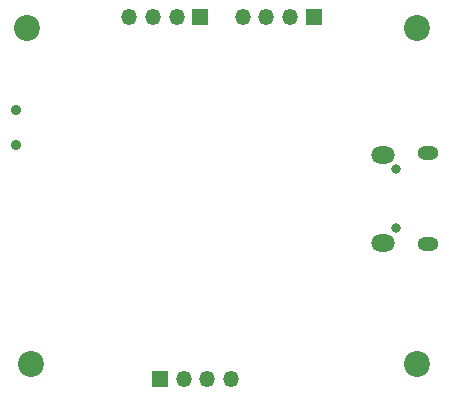
<source format=gbr>
%TF.GenerationSoftware,KiCad,Pcbnew,(6.0.7-1)-1*%
%TF.CreationDate,2022-10-05T21:39:38-05:00*%
%TF.ProjectId,KiCad,4b694361-642e-46b6-9963-61645f706362,rev?*%
%TF.SameCoordinates,Original*%
%TF.FileFunction,Soldermask,Bot*%
%TF.FilePolarity,Negative*%
%FSLAX46Y46*%
G04 Gerber Fmt 4.6, Leading zero omitted, Abs format (unit mm)*
G04 Created by KiCad (PCBNEW (6.0.7-1)-1) date 2022-10-05 21:39:38*
%MOMM*%
%LPD*%
G01*
G04 APERTURE LIST*
%ADD10O,1.350000X1.350000*%
%ADD11R,1.350000X1.350000*%
%ADD12C,0.900000*%
%ADD13C,2.200000*%
%ADD14O,0.800000X0.800000*%
%ADD15O,2.000000X1.450000*%
%ADD16O,1.800000X1.150000*%
G04 APERTURE END LIST*
D10*
%TO.C,J3*%
X127469200Y-72796400D03*
X129469200Y-72796400D03*
X131469200Y-72796400D03*
D11*
X133469200Y-72796400D03*
%TD*%
D12*
%TO.C,SW1*%
X108272800Y-80628800D03*
X108272800Y-83628800D03*
%TD*%
D13*
%TO.C,H4*%
X142240000Y-102108000D03*
%TD*%
%TO.C,H3*%
X109220000Y-73660000D03*
%TD*%
%TO.C,H2*%
X142240000Y-73660000D03*
%TD*%
%TO.C,H1*%
X109500000Y-102108000D03*
%TD*%
D14*
%TO.C,J4*%
X140431000Y-90638000D03*
X140431000Y-85638000D03*
D15*
X139381000Y-91863000D03*
X139381000Y-84413000D03*
D16*
X143181000Y-92013000D03*
X143181000Y-84263000D03*
%TD*%
D11*
%TO.C,J2*%
X120460000Y-103378000D03*
D10*
X122460000Y-103378000D03*
X124460000Y-103378000D03*
X126460000Y-103378000D03*
%TD*%
%TO.C,J1*%
X117869200Y-72796400D03*
X119869200Y-72796400D03*
X121869200Y-72796400D03*
D11*
X123869200Y-72796400D03*
%TD*%
M02*

</source>
